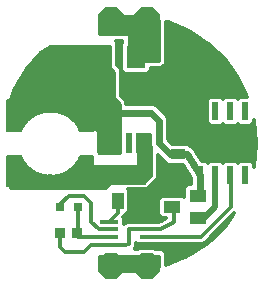
<source format=gtl>
G75*
%MOIN*%
%OFA0B0*%
%FSLAX25Y25*%
%IPPOS*%
%LPD*%
%AMOC8*
5,1,8,0,0,1.08239X$1,22.5*
%
%ADD10R,0.05118X0.03543*%
%ADD11R,0.02165X0.05906*%
%ADD12R,0.03937X0.05512*%
%ADD13R,0.01969X0.06693*%
%ADD14R,0.00984X0.06693*%
%ADD15OC8,0.08600*%
%ADD16C,0.00500*%
%ADD17C,0.00160*%
%ADD18R,0.05000X0.05000*%
%ADD19R,0.06299X0.07480*%
%ADD20R,0.03543X0.06299*%
%ADD21R,0.06299X0.01181*%
%ADD22R,0.03740X0.03740*%
%ADD23R,0.03150X0.03150*%
%ADD24R,0.05512X0.03937*%
%ADD25C,0.01000*%
%ADD26C,0.02400*%
%ADD27C,0.01200*%
%ADD28C,0.03762*%
%ADD29C,0.02778*%
%ADD30C,0.02000*%
D10*
X0062850Y0044110D03*
X0062850Y0051590D03*
D11*
X0070350Y0058480D03*
X0075350Y0058480D03*
X0080350Y0058480D03*
X0085350Y0058480D03*
X0085350Y0037220D03*
X0080350Y0037220D03*
X0075350Y0037220D03*
X0070350Y0037220D03*
D12*
X0050340Y0028519D03*
X0042860Y0028519D03*
X0046600Y0037181D03*
D13*
X0046600Y0047850D03*
D14*
X0043746Y0047850D03*
X0049454Y0047850D03*
D15*
X0052600Y0088850D03*
X0040600Y0088850D03*
X0040600Y0006850D03*
X0052600Y0006850D03*
D16*
X0034720Y0033480D02*
X0034720Y0043716D01*
X0030193Y0043716D01*
X0029871Y0042433D01*
X0029343Y0041221D01*
X0028623Y0040111D01*
X0027731Y0039134D01*
X0026691Y0038317D01*
X0025531Y0037682D01*
X0024282Y0037246D01*
X0022979Y0037020D01*
X0021656Y0037012D01*
X0020350Y0037220D01*
X0019051Y0037059D01*
X0017744Y0037103D01*
X0016459Y0037351D01*
X0015229Y0037797D01*
X0014083Y0038430D01*
X0013051Y0039234D01*
X0012158Y0040190D01*
X0011424Y0041274D01*
X0010870Y0042459D01*
X0010507Y0043716D01*
X0005980Y0043716D01*
X0005980Y0033480D01*
X0034720Y0033480D01*
X0034720Y0033758D02*
X0005980Y0033758D01*
X0005980Y0034256D02*
X0034720Y0034256D01*
X0034720Y0034755D02*
X0005980Y0034755D01*
X0005980Y0035253D02*
X0034720Y0035253D01*
X0034720Y0035752D02*
X0005980Y0035752D01*
X0005980Y0036250D02*
X0034720Y0036250D01*
X0034720Y0036749D02*
X0005980Y0036749D01*
X0005980Y0037247D02*
X0016995Y0037247D01*
X0015369Y0037746D02*
X0005980Y0037746D01*
X0005980Y0038244D02*
X0014419Y0038244D01*
X0013681Y0038743D02*
X0005980Y0038743D01*
X0005980Y0039241D02*
X0013044Y0039241D01*
X0012578Y0039740D02*
X0005980Y0039740D01*
X0005980Y0040238D02*
X0012125Y0040238D01*
X0011787Y0040737D02*
X0005980Y0040737D01*
X0005980Y0041235D02*
X0011450Y0041235D01*
X0011209Y0041734D02*
X0005980Y0041734D01*
X0005980Y0042232D02*
X0010976Y0042232D01*
X0010791Y0042731D02*
X0005980Y0042731D01*
X0005980Y0043229D02*
X0010648Y0043229D01*
X0010507Y0051984D02*
X0005980Y0051984D01*
X0005980Y0062220D01*
X0034720Y0062220D01*
X0034720Y0051984D01*
X0030193Y0051984D01*
X0029830Y0053241D01*
X0029276Y0054426D01*
X0028542Y0055510D01*
X0027649Y0056466D01*
X0026617Y0057270D01*
X0025471Y0057903D01*
X0024241Y0058349D01*
X0022956Y0058597D01*
X0021649Y0058641D01*
X0020350Y0058480D01*
X0019044Y0058688D01*
X0017721Y0058680D01*
X0016418Y0058454D01*
X0015169Y0058018D01*
X0014009Y0057383D01*
X0012969Y0056566D01*
X0012077Y0055589D01*
X0011357Y0054479D01*
X0010829Y0053267D01*
X0010507Y0051984D01*
X0010562Y0052203D02*
X0005980Y0052203D01*
X0005980Y0052701D02*
X0010687Y0052701D01*
X0010813Y0053200D02*
X0005980Y0053200D01*
X0005980Y0053698D02*
X0011017Y0053698D01*
X0011234Y0054197D02*
X0005980Y0054197D01*
X0005980Y0054695D02*
X0011497Y0054695D01*
X0011821Y0055194D02*
X0005980Y0055194D01*
X0005980Y0055692D02*
X0012171Y0055692D01*
X0012627Y0056191D02*
X0005980Y0056191D01*
X0005980Y0056689D02*
X0013127Y0056689D01*
X0013761Y0057188D02*
X0005980Y0057188D01*
X0005980Y0057686D02*
X0014564Y0057686D01*
X0015647Y0058185D02*
X0005980Y0058185D01*
X0005980Y0058683D02*
X0018277Y0058683D01*
X0019076Y0058683D02*
X0034720Y0058683D01*
X0034720Y0058185D02*
X0024695Y0058185D01*
X0025864Y0057686D02*
X0034720Y0057686D01*
X0034720Y0057188D02*
X0026723Y0057188D01*
X0027362Y0056689D02*
X0034720Y0056689D01*
X0034720Y0056191D02*
X0027906Y0056191D01*
X0028372Y0055692D02*
X0034720Y0055692D01*
X0034720Y0055194D02*
X0028757Y0055194D01*
X0029094Y0054695D02*
X0034720Y0054695D01*
X0034720Y0054197D02*
X0029383Y0054197D01*
X0029616Y0053698D02*
X0034720Y0053698D01*
X0034720Y0053200D02*
X0029842Y0053200D01*
X0029986Y0052701D02*
X0034720Y0052701D01*
X0034720Y0052203D02*
X0030129Y0052203D01*
X0034720Y0059182D02*
X0005980Y0059182D01*
X0005980Y0059680D02*
X0034720Y0059680D01*
X0034720Y0060179D02*
X0005980Y0060179D01*
X0005980Y0060677D02*
X0034720Y0060677D01*
X0034720Y0061176D02*
X0005980Y0061176D01*
X0005980Y0061674D02*
X0034720Y0061674D01*
X0034720Y0062173D02*
X0005980Y0062173D01*
X0030070Y0043229D02*
X0034720Y0043229D01*
X0034720Y0042731D02*
X0029945Y0042731D01*
X0029783Y0042232D02*
X0034720Y0042232D01*
X0034720Y0041734D02*
X0029566Y0041734D01*
X0029349Y0041235D02*
X0034720Y0041235D01*
X0034720Y0040737D02*
X0029029Y0040737D01*
X0028706Y0040238D02*
X0034720Y0040238D01*
X0034720Y0039740D02*
X0028284Y0039740D01*
X0027828Y0039241D02*
X0034720Y0039241D01*
X0034720Y0038743D02*
X0027232Y0038743D01*
X0026557Y0038244D02*
X0034720Y0038244D01*
X0034720Y0037746D02*
X0025647Y0037746D01*
X0024286Y0037247D02*
X0034720Y0037247D01*
D17*
X0031454Y0052493D02*
X0030127Y0051935D01*
X0030022Y0052173D01*
X0029910Y0052408D01*
X0029794Y0052640D01*
X0029671Y0052869D01*
X0029543Y0053095D01*
X0029409Y0053318D01*
X0029270Y0053538D01*
X0029126Y0053754D01*
X0028976Y0053967D01*
X0028822Y0054176D01*
X0028662Y0054381D01*
X0028497Y0054582D01*
X0028328Y0054779D01*
X0028154Y0054972D01*
X0027975Y0055160D01*
X0027791Y0055344D01*
X0027603Y0055524D01*
X0027411Y0055699D01*
X0027214Y0055869D01*
X0027014Y0056034D01*
X0026809Y0056195D01*
X0026601Y0056350D01*
X0026389Y0056500D01*
X0026173Y0056646D01*
X0025954Y0056785D01*
X0025732Y0056920D01*
X0025506Y0057048D01*
X0025277Y0057172D01*
X0025045Y0057290D01*
X0024811Y0057402D01*
X0024574Y0057508D01*
X0024334Y0057608D01*
X0024092Y0057703D01*
X0023847Y0057792D01*
X0023601Y0057874D01*
X0023353Y0057951D01*
X0023102Y0058021D01*
X0022851Y0058086D01*
X0022597Y0058144D01*
X0022343Y0058196D01*
X0022087Y0058242D01*
X0021830Y0058282D01*
X0021572Y0058315D01*
X0021313Y0058342D01*
X0021054Y0058363D01*
X0020795Y0058377D01*
X0020535Y0058385D01*
X0020275Y0058387D01*
X0020015Y0058382D01*
X0019756Y0058371D01*
X0019496Y0058354D01*
X0019237Y0058330D01*
X0018979Y0058300D01*
X0018722Y0058264D01*
X0018465Y0058222D01*
X0018210Y0058173D01*
X0017956Y0058118D01*
X0017703Y0058057D01*
X0017452Y0057990D01*
X0017203Y0057916D01*
X0016955Y0057837D01*
X0016710Y0057751D01*
X0016467Y0057660D01*
X0016225Y0057563D01*
X0015987Y0057460D01*
X0015751Y0057351D01*
X0015518Y0057236D01*
X0015287Y0057116D01*
X0015060Y0056990D01*
X0014836Y0056858D01*
X0014615Y0056722D01*
X0014397Y0056579D01*
X0014183Y0056432D01*
X0013973Y0056279D01*
X0013766Y0056122D01*
X0013563Y0055959D01*
X0013365Y0055791D01*
X0013170Y0055619D01*
X0012980Y0055442D01*
X0012794Y0055260D01*
X0012612Y0055074D01*
X0012436Y0054883D01*
X0012263Y0054689D01*
X0012096Y0054490D01*
X0011934Y0054287D01*
X0011776Y0054080D01*
X0011624Y0053869D01*
X0011477Y0053655D01*
X0011335Y0053437D01*
X0011199Y0053216D01*
X0011067Y0052992D01*
X0010942Y0052764D01*
X0010822Y0052533D01*
X0010708Y0052300D01*
X0010599Y0052064D01*
X0010496Y0051825D01*
X0009163Y0052368D01*
X0009279Y0052640D01*
X0009402Y0052908D01*
X0009532Y0053173D01*
X0009668Y0053435D01*
X0009810Y0053694D01*
X0009959Y0053949D01*
X0010114Y0054201D01*
X0010275Y0054448D01*
X0010442Y0054692D01*
X0010615Y0054931D01*
X0010793Y0055166D01*
X0010978Y0055397D01*
X0011168Y0055623D01*
X0011363Y0055844D01*
X0011564Y0056061D01*
X0011770Y0056272D01*
X0011981Y0056479D01*
X0012197Y0056680D01*
X0012418Y0056876D01*
X0012643Y0057067D01*
X0012873Y0057252D01*
X0013108Y0057431D01*
X0013347Y0057604D01*
X0013590Y0057772D01*
X0013837Y0057934D01*
X0014088Y0058089D01*
X0014343Y0058239D01*
X0014601Y0058382D01*
X0014863Y0058519D01*
X0015128Y0058649D01*
X0015396Y0058773D01*
X0015667Y0058890D01*
X0015941Y0059001D01*
X0016217Y0059105D01*
X0016496Y0059202D01*
X0016777Y0059292D01*
X0017060Y0059375D01*
X0017345Y0059452D01*
X0017632Y0059521D01*
X0017921Y0059584D01*
X0018211Y0059639D01*
X0018502Y0059687D01*
X0018795Y0059729D01*
X0019088Y0059763D01*
X0019382Y0059789D01*
X0019677Y0059809D01*
X0019972Y0059822D01*
X0020267Y0059827D01*
X0020562Y0059825D01*
X0020857Y0059816D01*
X0021152Y0059799D01*
X0021447Y0059776D01*
X0021740Y0059745D01*
X0022033Y0059707D01*
X0022325Y0059662D01*
X0022616Y0059610D01*
X0022905Y0059551D01*
X0023193Y0059485D01*
X0023479Y0059411D01*
X0023763Y0059331D01*
X0024045Y0059244D01*
X0024325Y0059150D01*
X0024602Y0059049D01*
X0024877Y0058942D01*
X0025150Y0058828D01*
X0025419Y0058707D01*
X0025686Y0058579D01*
X0025949Y0058446D01*
X0026209Y0058305D01*
X0026465Y0058159D01*
X0026718Y0058006D01*
X0026967Y0057847D01*
X0027212Y0057682D01*
X0027452Y0057512D01*
X0027689Y0057335D01*
X0027921Y0057153D01*
X0028149Y0056965D01*
X0028372Y0056771D01*
X0028590Y0056572D01*
X0028804Y0056368D01*
X0029012Y0056159D01*
X0029215Y0055945D01*
X0029413Y0055725D01*
X0029605Y0055501D01*
X0029792Y0055273D01*
X0029974Y0055040D01*
X0030149Y0054802D01*
X0030319Y0054561D01*
X0030483Y0054315D01*
X0030640Y0054065D01*
X0030792Y0053812D01*
X0030937Y0053555D01*
X0031076Y0053294D01*
X0031209Y0053031D01*
X0031335Y0052764D01*
X0031455Y0052494D01*
X0031315Y0052435D01*
X0031197Y0052702D01*
X0031073Y0052965D01*
X0030942Y0053226D01*
X0030804Y0053483D01*
X0030661Y0053737D01*
X0030511Y0053987D01*
X0030356Y0054234D01*
X0030194Y0054476D01*
X0030026Y0054715D01*
X0029853Y0054949D01*
X0029674Y0055179D01*
X0029489Y0055405D01*
X0029299Y0055626D01*
X0029104Y0055843D01*
X0028903Y0056054D01*
X0028698Y0056261D01*
X0028487Y0056462D01*
X0028271Y0056659D01*
X0028051Y0056850D01*
X0027826Y0057035D01*
X0027597Y0057215D01*
X0027363Y0057390D01*
X0027125Y0057558D01*
X0026883Y0057721D01*
X0026638Y0057878D01*
X0026388Y0058029D01*
X0026135Y0058174D01*
X0025878Y0058312D01*
X0025618Y0058444D01*
X0025355Y0058570D01*
X0025089Y0058689D01*
X0024820Y0058802D01*
X0024549Y0058908D01*
X0024275Y0059008D01*
X0023998Y0059100D01*
X0023720Y0059186D01*
X0023439Y0059266D01*
X0023157Y0059338D01*
X0022873Y0059403D01*
X0022587Y0059462D01*
X0022300Y0059513D01*
X0022012Y0059558D01*
X0021723Y0059595D01*
X0021433Y0059625D01*
X0021142Y0059649D01*
X0020851Y0059665D01*
X0020559Y0059674D01*
X0020268Y0059676D01*
X0019976Y0059671D01*
X0019685Y0059658D01*
X0019394Y0059639D01*
X0019104Y0059612D01*
X0018814Y0059579D01*
X0018525Y0059538D01*
X0018238Y0059490D01*
X0017951Y0059436D01*
X0017666Y0059374D01*
X0017383Y0059306D01*
X0017101Y0059230D01*
X0016822Y0059148D01*
X0016544Y0059059D01*
X0016269Y0058963D01*
X0015996Y0058860D01*
X0015725Y0058751D01*
X0015458Y0058635D01*
X0015193Y0058513D01*
X0014932Y0058384D01*
X0014673Y0058249D01*
X0014418Y0058108D01*
X0014167Y0057960D01*
X0013919Y0057807D01*
X0013675Y0057647D01*
X0013435Y0057482D01*
X0013199Y0057310D01*
X0012967Y0057133D01*
X0012740Y0056951D01*
X0012517Y0056762D01*
X0012299Y0056569D01*
X0012086Y0056370D01*
X0011877Y0056166D01*
X0011674Y0055957D01*
X0011476Y0055744D01*
X0011283Y0055525D01*
X0011095Y0055302D01*
X0010913Y0055074D01*
X0010737Y0054842D01*
X0010566Y0054605D01*
X0010401Y0054365D01*
X0010242Y0054121D01*
X0010089Y0053872D01*
X0009942Y0053620D01*
X0009802Y0053365D01*
X0009667Y0053106D01*
X0009539Y0052844D01*
X0009418Y0052579D01*
X0009302Y0052311D01*
X0009442Y0052254D01*
X0009556Y0052519D01*
X0009676Y0052781D01*
X0009802Y0053039D01*
X0009935Y0053295D01*
X0010074Y0053547D01*
X0010219Y0053795D01*
X0010370Y0054040D01*
X0010527Y0054282D01*
X0010690Y0054519D01*
X0010858Y0054753D01*
X0011033Y0054982D01*
X0011212Y0055207D01*
X0011398Y0055427D01*
X0011588Y0055643D01*
X0011784Y0055854D01*
X0011985Y0056060D01*
X0012190Y0056261D01*
X0012401Y0056458D01*
X0012616Y0056649D01*
X0012836Y0056834D01*
X0013061Y0057015D01*
X0013289Y0057189D01*
X0013522Y0057359D01*
X0013759Y0057522D01*
X0014000Y0057680D01*
X0014245Y0057831D01*
X0014493Y0057977D01*
X0014745Y0058116D01*
X0015000Y0058250D01*
X0015258Y0058377D01*
X0015520Y0058497D01*
X0015784Y0058612D01*
X0016051Y0058719D01*
X0016320Y0058821D01*
X0016592Y0058915D01*
X0016866Y0059003D01*
X0017142Y0059085D01*
X0017421Y0059159D01*
X0017700Y0059227D01*
X0017982Y0059288D01*
X0018264Y0059342D01*
X0018548Y0059389D01*
X0018833Y0059429D01*
X0019119Y0059462D01*
X0019406Y0059488D01*
X0019693Y0059508D01*
X0019981Y0059520D01*
X0020269Y0059525D01*
X0020557Y0059523D01*
X0020844Y0059514D01*
X0021132Y0059498D01*
X0021419Y0059475D01*
X0021705Y0059445D01*
X0021990Y0059408D01*
X0022275Y0059364D01*
X0022558Y0059314D01*
X0022840Y0059256D01*
X0023121Y0059191D01*
X0023400Y0059120D01*
X0023677Y0059042D01*
X0023952Y0058957D01*
X0024225Y0058865D01*
X0024495Y0058767D01*
X0024763Y0058662D01*
X0025029Y0058551D01*
X0025292Y0058433D01*
X0025551Y0058309D01*
X0025808Y0058178D01*
X0026061Y0058042D01*
X0026311Y0057899D01*
X0026558Y0057750D01*
X0026800Y0057595D01*
X0027039Y0057435D01*
X0027274Y0057268D01*
X0027505Y0057096D01*
X0027731Y0056918D01*
X0027953Y0056735D01*
X0028171Y0056546D01*
X0028383Y0056352D01*
X0028591Y0056153D01*
X0028794Y0055949D01*
X0028993Y0055741D01*
X0029185Y0055527D01*
X0029373Y0055309D01*
X0029555Y0055086D01*
X0029732Y0054859D01*
X0029903Y0054627D01*
X0030069Y0054392D01*
X0030228Y0054152D01*
X0030382Y0053909D01*
X0030530Y0053662D01*
X0030672Y0053411D01*
X0030807Y0053157D01*
X0030937Y0052900D01*
X0031060Y0052640D01*
X0031176Y0052377D01*
X0031037Y0052318D01*
X0030922Y0052578D01*
X0030800Y0052835D01*
X0030673Y0053089D01*
X0030539Y0053339D01*
X0030399Y0053587D01*
X0030253Y0053830D01*
X0030101Y0054071D01*
X0029944Y0054307D01*
X0029780Y0054540D01*
X0029611Y0054768D01*
X0029437Y0054992D01*
X0029257Y0055212D01*
X0029072Y0055428D01*
X0028881Y0055639D01*
X0028686Y0055845D01*
X0028485Y0056046D01*
X0028280Y0056242D01*
X0028070Y0056434D01*
X0027855Y0056620D01*
X0027636Y0056801D01*
X0027412Y0056976D01*
X0027185Y0057146D01*
X0026953Y0057311D01*
X0026717Y0057469D01*
X0026477Y0057622D01*
X0026234Y0057769D01*
X0025988Y0057910D01*
X0025737Y0058045D01*
X0025484Y0058174D01*
X0025228Y0058296D01*
X0024968Y0058412D01*
X0024706Y0058522D01*
X0024442Y0058626D01*
X0024175Y0058723D01*
X0023905Y0058813D01*
X0023634Y0058897D01*
X0023360Y0058974D01*
X0023085Y0059045D01*
X0022808Y0059108D01*
X0022530Y0059165D01*
X0022250Y0059215D01*
X0021969Y0059259D01*
X0021687Y0059295D01*
X0021405Y0059325D01*
X0021121Y0059347D01*
X0020838Y0059363D01*
X0020554Y0059372D01*
X0020270Y0059374D01*
X0019985Y0059369D01*
X0019702Y0059357D01*
X0019418Y0059338D01*
X0019135Y0059312D01*
X0018853Y0059279D01*
X0018571Y0059240D01*
X0018291Y0059193D01*
X0018012Y0059140D01*
X0017734Y0059080D01*
X0017458Y0059013D01*
X0017184Y0058939D01*
X0016911Y0058859D01*
X0016640Y0058772D01*
X0016372Y0058679D01*
X0016106Y0058579D01*
X0015843Y0058472D01*
X0015582Y0058360D01*
X0015324Y0058241D01*
X0015069Y0058115D01*
X0014817Y0057984D01*
X0014568Y0057846D01*
X0014323Y0057702D01*
X0014082Y0057552D01*
X0013844Y0057397D01*
X0013610Y0057236D01*
X0013380Y0057069D01*
X0013154Y0056896D01*
X0012933Y0056718D01*
X0012716Y0056535D01*
X0012503Y0056346D01*
X0012295Y0056153D01*
X0012092Y0055954D01*
X0011894Y0055750D01*
X0011700Y0055542D01*
X0011512Y0055329D01*
X0011330Y0055111D01*
X0011152Y0054890D01*
X0010980Y0054663D01*
X0010814Y0054433D01*
X0010653Y0054199D01*
X0010498Y0053960D01*
X0010349Y0053719D01*
X0010206Y0053473D01*
X0010069Y0053224D01*
X0009938Y0052972D01*
X0009813Y0052717D01*
X0009694Y0052459D01*
X0009582Y0052197D01*
X0009722Y0052140D01*
X0009833Y0052398D01*
X0009950Y0052653D01*
X0010073Y0052905D01*
X0010202Y0053154D01*
X0010338Y0053399D01*
X0010479Y0053642D01*
X0010626Y0053880D01*
X0010779Y0054115D01*
X0010938Y0054347D01*
X0011102Y0054574D01*
X0011272Y0054797D01*
X0011447Y0055016D01*
X0011627Y0055231D01*
X0011813Y0055441D01*
X0012004Y0055647D01*
X0012199Y0055848D01*
X0012400Y0056044D01*
X0012605Y0056235D01*
X0012815Y0056421D01*
X0013029Y0056602D01*
X0013248Y0056778D01*
X0013471Y0056948D01*
X0013698Y0057113D01*
X0013929Y0057272D01*
X0014163Y0057425D01*
X0014402Y0057573D01*
X0014644Y0057715D01*
X0014889Y0057851D01*
X0015138Y0057981D01*
X0015389Y0058104D01*
X0015644Y0058222D01*
X0015901Y0058333D01*
X0016161Y0058438D01*
X0016424Y0058537D01*
X0016689Y0058629D01*
X0016956Y0058715D01*
X0017225Y0058794D01*
X0017496Y0058867D01*
X0017768Y0058933D01*
X0018042Y0058992D01*
X0018318Y0059045D01*
X0018594Y0059090D01*
X0018872Y0059130D01*
X0019151Y0059162D01*
X0019430Y0059187D01*
X0019710Y0059206D01*
X0019990Y0059218D01*
X0020270Y0059223D01*
X0020551Y0059221D01*
X0020831Y0059212D01*
X0021111Y0059197D01*
X0021391Y0059174D01*
X0021670Y0059145D01*
X0021948Y0059109D01*
X0022225Y0059067D01*
X0022501Y0059017D01*
X0022776Y0058961D01*
X0023049Y0058898D01*
X0023321Y0058828D01*
X0023591Y0058752D01*
X0023859Y0058669D01*
X0024125Y0058580D01*
X0024388Y0058485D01*
X0024649Y0058382D01*
X0024908Y0058274D01*
X0025164Y0058159D01*
X0025417Y0058038D01*
X0025667Y0057911D01*
X0025914Y0057778D01*
X0026157Y0057639D01*
X0026397Y0057494D01*
X0026634Y0057343D01*
X0026867Y0057187D01*
X0027095Y0057024D01*
X0027320Y0056857D01*
X0027541Y0056684D01*
X0027757Y0056505D01*
X0027969Y0056321D01*
X0028176Y0056133D01*
X0028379Y0055939D01*
X0028577Y0055740D01*
X0028770Y0055537D01*
X0028958Y0055328D01*
X0029141Y0055116D01*
X0029318Y0054899D01*
X0029491Y0054677D01*
X0029657Y0054452D01*
X0029819Y0054222D01*
X0029974Y0053989D01*
X0030124Y0053752D01*
X0030268Y0053511D01*
X0030406Y0053267D01*
X0030538Y0053020D01*
X0030664Y0052769D01*
X0030784Y0052516D01*
X0030898Y0052259D01*
X0030759Y0052201D01*
X0030646Y0052454D01*
X0030528Y0052704D01*
X0030404Y0052951D01*
X0030273Y0053195D01*
X0030137Y0053436D01*
X0029995Y0053674D01*
X0029847Y0053908D01*
X0029693Y0054138D01*
X0029534Y0054364D01*
X0029370Y0054587D01*
X0029200Y0054805D01*
X0029024Y0055019D01*
X0028844Y0055229D01*
X0028659Y0055435D01*
X0028468Y0055635D01*
X0028273Y0055831D01*
X0028073Y0056023D01*
X0027868Y0056209D01*
X0027659Y0056390D01*
X0027446Y0056566D01*
X0027228Y0056737D01*
X0027006Y0056903D01*
X0026780Y0057063D01*
X0026551Y0057217D01*
X0026317Y0057366D01*
X0026080Y0057509D01*
X0025840Y0057646D01*
X0025597Y0057778D01*
X0025350Y0057903D01*
X0025100Y0058022D01*
X0024848Y0058136D01*
X0024592Y0058243D01*
X0024335Y0058343D01*
X0024075Y0058438D01*
X0023812Y0058526D01*
X0023548Y0058607D01*
X0023281Y0058683D01*
X0023013Y0058751D01*
X0022744Y0058813D01*
X0022472Y0058869D01*
X0022200Y0058918D01*
X0021927Y0058960D01*
X0021652Y0058995D01*
X0021377Y0059024D01*
X0021101Y0059046D01*
X0020825Y0059061D01*
X0020548Y0059070D01*
X0020271Y0059072D01*
X0019995Y0059067D01*
X0019718Y0059055D01*
X0019442Y0059037D01*
X0019166Y0059012D01*
X0018891Y0058980D01*
X0018617Y0058941D01*
X0018344Y0058896D01*
X0018073Y0058844D01*
X0017802Y0058786D01*
X0017533Y0058720D01*
X0017266Y0058649D01*
X0017000Y0058571D01*
X0016737Y0058486D01*
X0016475Y0058395D01*
X0016216Y0058298D01*
X0015960Y0058194D01*
X0015706Y0058084D01*
X0015455Y0057968D01*
X0015206Y0057846D01*
X0014961Y0057718D01*
X0014719Y0057584D01*
X0014480Y0057444D01*
X0014245Y0057298D01*
X0014013Y0057147D01*
X0013785Y0056990D01*
X0013561Y0056827D01*
X0013341Y0056659D01*
X0013126Y0056486D01*
X0012914Y0056307D01*
X0012707Y0056124D01*
X0012505Y0055935D01*
X0012307Y0055742D01*
X0012114Y0055543D01*
X0011925Y0055341D01*
X0011742Y0055133D01*
X0011564Y0054921D01*
X0011391Y0054705D01*
X0011224Y0054485D01*
X0011062Y0054260D01*
X0010905Y0054032D01*
X0010754Y0053800D01*
X0010609Y0053565D01*
X0010469Y0053326D01*
X0010336Y0053083D01*
X0010208Y0052838D01*
X0010087Y0052589D01*
X0009971Y0052338D01*
X0009862Y0052084D01*
X0010002Y0052027D01*
X0010110Y0052277D01*
X0010224Y0052525D01*
X0010344Y0052771D01*
X0010469Y0053013D01*
X0010601Y0053252D01*
X0010739Y0053488D01*
X0010882Y0053720D01*
X0011031Y0053949D01*
X0011186Y0054174D01*
X0011346Y0054396D01*
X0011511Y0054613D01*
X0011681Y0054826D01*
X0011857Y0055035D01*
X0012038Y0055240D01*
X0012224Y0055440D01*
X0012414Y0055636D01*
X0012609Y0055826D01*
X0012809Y0056012D01*
X0013013Y0056194D01*
X0013222Y0056370D01*
X0013435Y0056541D01*
X0013652Y0056706D01*
X0013873Y0056867D01*
X0014098Y0057022D01*
X0014326Y0057171D01*
X0014558Y0057315D01*
X0014794Y0057453D01*
X0015033Y0057585D01*
X0015275Y0057712D01*
X0015520Y0057832D01*
X0015768Y0057947D01*
X0016018Y0058055D01*
X0016272Y0058157D01*
X0016527Y0058253D01*
X0016785Y0058343D01*
X0017045Y0058426D01*
X0017307Y0058504D01*
X0017571Y0058574D01*
X0017836Y0058638D01*
X0018103Y0058696D01*
X0018371Y0058747D01*
X0018640Y0058792D01*
X0018911Y0058830D01*
X0019182Y0058861D01*
X0019454Y0058886D01*
X0019726Y0058904D01*
X0019999Y0058916D01*
X0020272Y0058921D01*
X0020545Y0058919D01*
X0020818Y0058911D01*
X0021091Y0058895D01*
X0021363Y0058874D01*
X0021634Y0058845D01*
X0021905Y0058810D01*
X0022175Y0058769D01*
X0022444Y0058721D01*
X0022711Y0058666D01*
X0022977Y0058605D01*
X0023242Y0058537D01*
X0023505Y0058463D01*
X0023766Y0058382D01*
X0024024Y0058295D01*
X0024281Y0058202D01*
X0024535Y0058103D01*
X0024787Y0057997D01*
X0025036Y0057886D01*
X0025283Y0057768D01*
X0025526Y0057644D01*
X0025766Y0057515D01*
X0026004Y0057379D01*
X0026237Y0057238D01*
X0026467Y0057091D01*
X0026694Y0056939D01*
X0026917Y0056781D01*
X0027136Y0056618D01*
X0027350Y0056449D01*
X0027561Y0056275D01*
X0027767Y0056097D01*
X0027969Y0055913D01*
X0028167Y0055724D01*
X0028359Y0055531D01*
X0028547Y0055332D01*
X0028730Y0055130D01*
X0028908Y0054923D01*
X0029081Y0054712D01*
X0029249Y0054496D01*
X0029411Y0054277D01*
X0029568Y0054053D01*
X0029720Y0053826D01*
X0029866Y0053595D01*
X0030006Y0053361D01*
X0030141Y0053123D01*
X0030269Y0052883D01*
X0030392Y0052639D01*
X0030509Y0052392D01*
X0030619Y0052142D01*
X0030480Y0052084D01*
X0030371Y0052330D01*
X0030256Y0052573D01*
X0030135Y0052814D01*
X0030008Y0053052D01*
X0029875Y0053286D01*
X0029737Y0053517D01*
X0029593Y0053745D01*
X0029443Y0053969D01*
X0029288Y0054189D01*
X0029128Y0054406D01*
X0028963Y0054618D01*
X0028792Y0054826D01*
X0028616Y0055031D01*
X0028436Y0055230D01*
X0028251Y0055426D01*
X0028060Y0055617D01*
X0027866Y0055803D01*
X0027667Y0055984D01*
X0027463Y0056160D01*
X0027255Y0056332D01*
X0027043Y0056498D01*
X0026827Y0056659D01*
X0026608Y0056815D01*
X0026384Y0056965D01*
X0026157Y0057110D01*
X0025927Y0057249D01*
X0025693Y0057383D01*
X0025456Y0057511D01*
X0025216Y0057633D01*
X0024973Y0057749D01*
X0024727Y0057859D01*
X0024478Y0057963D01*
X0024228Y0058061D01*
X0023974Y0058153D01*
X0023719Y0058239D01*
X0023462Y0058318D01*
X0023202Y0058391D01*
X0022942Y0058458D01*
X0022679Y0058518D01*
X0022415Y0058572D01*
X0022150Y0058620D01*
X0021884Y0058661D01*
X0021617Y0058695D01*
X0021349Y0058723D01*
X0021080Y0058745D01*
X0020812Y0058760D01*
X0020542Y0058768D01*
X0020273Y0058770D01*
X0020004Y0058765D01*
X0019735Y0058754D01*
X0019466Y0058736D01*
X0019198Y0058711D01*
X0018930Y0058680D01*
X0018663Y0058643D01*
X0018398Y0058599D01*
X0018133Y0058548D01*
X0017870Y0058491D01*
X0017608Y0058428D01*
X0017348Y0058358D01*
X0017090Y0058282D01*
X0016833Y0058200D01*
X0016579Y0058111D01*
X0016327Y0058017D01*
X0016077Y0057916D01*
X0015830Y0057809D01*
X0015585Y0057696D01*
X0015343Y0057577D01*
X0015105Y0057452D01*
X0014869Y0057322D01*
X0014637Y0057186D01*
X0014408Y0057044D01*
X0014182Y0056897D01*
X0013961Y0056744D01*
X0013743Y0056586D01*
X0013529Y0056422D01*
X0013319Y0056254D01*
X0013113Y0056080D01*
X0012911Y0055901D01*
X0012714Y0055718D01*
X0012521Y0055529D01*
X0012334Y0055336D01*
X0012150Y0055139D01*
X0011972Y0054937D01*
X0011799Y0054731D01*
X0011630Y0054521D01*
X0011467Y0054306D01*
X0011310Y0054088D01*
X0011157Y0053866D01*
X0011010Y0053640D01*
X0010869Y0053411D01*
X0010733Y0053178D01*
X0010603Y0052943D01*
X0010479Y0052704D01*
X0010360Y0052462D01*
X0010248Y0052217D01*
X0010141Y0051970D01*
X0010281Y0051913D01*
X0010386Y0052157D01*
X0010497Y0052398D01*
X0010614Y0052636D01*
X0010737Y0052872D01*
X0010865Y0053105D01*
X0010999Y0053334D01*
X0011138Y0053560D01*
X0011283Y0053783D01*
X0011434Y0054002D01*
X0011589Y0054217D01*
X0011750Y0054428D01*
X0011916Y0054636D01*
X0012087Y0054839D01*
X0012263Y0055038D01*
X0012443Y0055233D01*
X0012629Y0055423D01*
X0012819Y0055609D01*
X0013013Y0055790D01*
X0013212Y0055966D01*
X0013415Y0056137D01*
X0013622Y0056304D01*
X0013833Y0056465D01*
X0014048Y0056621D01*
X0014267Y0056772D01*
X0014489Y0056917D01*
X0014715Y0057057D01*
X0014944Y0057191D01*
X0015177Y0057320D01*
X0015412Y0057443D01*
X0015651Y0057560D01*
X0015892Y0057671D01*
X0016135Y0057777D01*
X0016382Y0057876D01*
X0016630Y0057969D01*
X0016881Y0058057D01*
X0017134Y0058138D01*
X0017389Y0058213D01*
X0017646Y0058282D01*
X0017904Y0058344D01*
X0018163Y0058400D01*
X0018424Y0058450D01*
X0018686Y0058493D01*
X0018949Y0058530D01*
X0019213Y0058561D01*
X0019478Y0058585D01*
X0019743Y0058603D01*
X0020008Y0058614D01*
X0020274Y0058619D01*
X0020539Y0058617D01*
X0020805Y0058609D01*
X0021070Y0058594D01*
X0021335Y0058573D01*
X0021599Y0058545D01*
X0021863Y0058511D01*
X0022125Y0058471D01*
X0022387Y0058424D01*
X0022647Y0058371D01*
X0022906Y0058311D01*
X0023163Y0058245D01*
X0023419Y0058173D01*
X0023672Y0058095D01*
X0023924Y0058010D01*
X0024174Y0057920D01*
X0024421Y0057823D01*
X0024666Y0057720D01*
X0024909Y0057612D01*
X0025148Y0057497D01*
X0025385Y0057377D01*
X0025619Y0057251D01*
X0025850Y0057119D01*
X0026077Y0056982D01*
X0026301Y0056839D01*
X0026521Y0056691D01*
X0026738Y0056537D01*
X0026951Y0056379D01*
X0027160Y0056215D01*
X0027365Y0056046D01*
X0027566Y0055872D01*
X0027762Y0055693D01*
X0027954Y0055509D01*
X0028142Y0055321D01*
X0028325Y0055128D01*
X0028503Y0054931D01*
X0028676Y0054730D01*
X0028844Y0054524D01*
X0029007Y0054315D01*
X0029165Y0054101D01*
X0029318Y0053884D01*
X0029466Y0053663D01*
X0029608Y0053439D01*
X0029744Y0053211D01*
X0029875Y0052980D01*
X0030000Y0052745D01*
X0030120Y0052508D01*
X0030233Y0052268D01*
X0030341Y0052025D01*
X0030202Y0051967D01*
X0030096Y0052206D01*
X0029984Y0052443D01*
X0029866Y0052677D01*
X0029742Y0052908D01*
X0029613Y0053136D01*
X0029479Y0053360D01*
X0029338Y0053582D01*
X0029193Y0053800D01*
X0029042Y0054014D01*
X0028887Y0054224D01*
X0028726Y0054431D01*
X0028560Y0054634D01*
X0028389Y0054832D01*
X0028213Y0055026D01*
X0028033Y0055216D01*
X0027848Y0055402D01*
X0027659Y0055583D01*
X0027465Y0055759D01*
X0027267Y0055931D01*
X0027065Y0056097D01*
X0026859Y0056259D01*
X0026649Y0056416D01*
X0026435Y0056567D01*
X0026218Y0056713D01*
X0025997Y0056854D01*
X0025773Y0056989D01*
X0025545Y0057119D01*
X0025315Y0057243D01*
X0025081Y0057362D01*
X0024845Y0057475D01*
X0024606Y0057582D01*
X0024364Y0057683D01*
X0024120Y0057779D01*
X0023874Y0057868D01*
X0023626Y0057951D01*
X0023376Y0058029D01*
X0023124Y0058100D01*
X0022870Y0058165D01*
X0022615Y0058223D01*
X0022358Y0058276D01*
X0022100Y0058322D01*
X0021841Y0058362D01*
X0021581Y0058395D01*
X0021321Y0058423D01*
X0021060Y0058444D01*
X0020798Y0058458D01*
X0020537Y0058466D01*
X0020275Y0058468D01*
X0020013Y0058463D01*
X0019751Y0058452D01*
X0019490Y0058435D01*
X0019229Y0058411D01*
X0018969Y0058381D01*
X0018709Y0058344D01*
X0018451Y0058301D01*
X0018194Y0058252D01*
X0017938Y0058197D01*
X0017683Y0058135D01*
X0017430Y0058068D01*
X0017179Y0057994D01*
X0016929Y0057914D01*
X0016682Y0057828D01*
X0016437Y0057735D01*
X0016194Y0057637D01*
X0015954Y0057533D01*
X0015716Y0057424D01*
X0015481Y0057308D01*
X0015249Y0057187D01*
X0015019Y0057060D01*
X0014794Y0056928D01*
X0014571Y0056790D01*
X0014352Y0056646D01*
X0014136Y0056498D01*
X0013924Y0056344D01*
X0013716Y0056185D01*
X0013511Y0056021D01*
X0013311Y0055852D01*
X0013115Y0055679D01*
X0012924Y0055500D01*
X0012736Y0055317D01*
X0012553Y0055129D01*
X0012375Y0054937D01*
X0012202Y0054741D01*
X0012033Y0054541D01*
X0011870Y0054336D01*
X0011711Y0054128D01*
X0011558Y0053916D01*
X0011409Y0053700D01*
X0011266Y0053480D01*
X0011129Y0053257D01*
X0010997Y0053031D01*
X0010870Y0052802D01*
X0010749Y0052569D01*
X0010634Y0052334D01*
X0010525Y0052096D01*
X0010421Y0051856D01*
X0009246Y0043207D02*
X0010573Y0043765D01*
X0010678Y0043527D01*
X0010790Y0043292D01*
X0010906Y0043060D01*
X0011029Y0042831D01*
X0011157Y0042605D01*
X0011291Y0042382D01*
X0011430Y0042162D01*
X0011574Y0041946D01*
X0011724Y0041733D01*
X0011878Y0041524D01*
X0012038Y0041319D01*
X0012203Y0041118D01*
X0012372Y0040921D01*
X0012546Y0040728D01*
X0012725Y0040540D01*
X0012909Y0040356D01*
X0013097Y0040176D01*
X0013289Y0040001D01*
X0013486Y0039831D01*
X0013686Y0039666D01*
X0013891Y0039505D01*
X0014099Y0039350D01*
X0014311Y0039200D01*
X0014527Y0039054D01*
X0014746Y0038915D01*
X0014968Y0038780D01*
X0015194Y0038652D01*
X0015423Y0038528D01*
X0015655Y0038410D01*
X0015889Y0038298D01*
X0016126Y0038192D01*
X0016366Y0038092D01*
X0016608Y0037997D01*
X0016853Y0037908D01*
X0017099Y0037826D01*
X0017347Y0037749D01*
X0017598Y0037679D01*
X0017849Y0037614D01*
X0018103Y0037556D01*
X0018357Y0037504D01*
X0018613Y0037458D01*
X0018870Y0037418D01*
X0019128Y0037385D01*
X0019387Y0037358D01*
X0019646Y0037337D01*
X0019905Y0037323D01*
X0020165Y0037315D01*
X0020425Y0037313D01*
X0020685Y0037318D01*
X0020944Y0037329D01*
X0021204Y0037346D01*
X0021463Y0037370D01*
X0021721Y0037400D01*
X0021978Y0037436D01*
X0022235Y0037478D01*
X0022490Y0037527D01*
X0022744Y0037582D01*
X0022997Y0037643D01*
X0023248Y0037710D01*
X0023497Y0037784D01*
X0023745Y0037863D01*
X0023990Y0037949D01*
X0024233Y0038040D01*
X0024475Y0038137D01*
X0024713Y0038240D01*
X0024949Y0038349D01*
X0025182Y0038464D01*
X0025413Y0038584D01*
X0025640Y0038710D01*
X0025864Y0038842D01*
X0026085Y0038978D01*
X0026303Y0039121D01*
X0026517Y0039268D01*
X0026727Y0039421D01*
X0026934Y0039578D01*
X0027137Y0039741D01*
X0027335Y0039909D01*
X0027530Y0040081D01*
X0027720Y0040258D01*
X0027906Y0040440D01*
X0028088Y0040626D01*
X0028264Y0040817D01*
X0028437Y0041011D01*
X0028604Y0041210D01*
X0028766Y0041413D01*
X0028924Y0041620D01*
X0029076Y0041831D01*
X0029223Y0042045D01*
X0029365Y0042263D01*
X0029501Y0042484D01*
X0029633Y0042708D01*
X0029758Y0042936D01*
X0029878Y0043167D01*
X0029992Y0043400D01*
X0030101Y0043636D01*
X0030204Y0043875D01*
X0031537Y0043332D01*
X0031421Y0043060D01*
X0031298Y0042792D01*
X0031168Y0042527D01*
X0031032Y0042265D01*
X0030890Y0042006D01*
X0030741Y0041751D01*
X0030586Y0041499D01*
X0030425Y0041252D01*
X0030258Y0041008D01*
X0030085Y0040769D01*
X0029907Y0040534D01*
X0029722Y0040303D01*
X0029532Y0040077D01*
X0029337Y0039856D01*
X0029136Y0039639D01*
X0028930Y0039428D01*
X0028719Y0039221D01*
X0028503Y0039020D01*
X0028282Y0038824D01*
X0028057Y0038633D01*
X0027827Y0038448D01*
X0027592Y0038269D01*
X0027353Y0038096D01*
X0027110Y0037928D01*
X0026863Y0037766D01*
X0026612Y0037611D01*
X0026357Y0037461D01*
X0026099Y0037318D01*
X0025837Y0037181D01*
X0025572Y0037051D01*
X0025304Y0036927D01*
X0025033Y0036810D01*
X0024759Y0036699D01*
X0024483Y0036595D01*
X0024204Y0036498D01*
X0023923Y0036408D01*
X0023640Y0036325D01*
X0023355Y0036248D01*
X0023068Y0036179D01*
X0022779Y0036116D01*
X0022489Y0036061D01*
X0022198Y0036013D01*
X0021905Y0035971D01*
X0021612Y0035937D01*
X0021318Y0035911D01*
X0021023Y0035891D01*
X0020728Y0035878D01*
X0020433Y0035873D01*
X0020138Y0035875D01*
X0019843Y0035884D01*
X0019548Y0035901D01*
X0019253Y0035924D01*
X0018960Y0035955D01*
X0018667Y0035993D01*
X0018375Y0036038D01*
X0018084Y0036090D01*
X0017795Y0036149D01*
X0017507Y0036215D01*
X0017221Y0036289D01*
X0016937Y0036369D01*
X0016655Y0036456D01*
X0016375Y0036550D01*
X0016098Y0036651D01*
X0015823Y0036758D01*
X0015550Y0036872D01*
X0015281Y0036993D01*
X0015014Y0037121D01*
X0014751Y0037254D01*
X0014491Y0037395D01*
X0014235Y0037541D01*
X0013982Y0037694D01*
X0013733Y0037853D01*
X0013488Y0038018D01*
X0013248Y0038188D01*
X0013011Y0038365D01*
X0012779Y0038547D01*
X0012551Y0038735D01*
X0012328Y0038929D01*
X0012110Y0039128D01*
X0011896Y0039332D01*
X0011688Y0039541D01*
X0011485Y0039755D01*
X0011287Y0039975D01*
X0011095Y0040199D01*
X0010908Y0040427D01*
X0010726Y0040660D01*
X0010551Y0040898D01*
X0010381Y0041139D01*
X0010217Y0041385D01*
X0010060Y0041635D01*
X0009908Y0041888D01*
X0009763Y0042145D01*
X0009624Y0042406D01*
X0009491Y0042669D01*
X0009365Y0042936D01*
X0009245Y0043206D01*
X0009385Y0043265D01*
X0009503Y0042998D01*
X0009627Y0042735D01*
X0009758Y0042474D01*
X0009896Y0042217D01*
X0010039Y0041963D01*
X0010189Y0041713D01*
X0010344Y0041466D01*
X0010506Y0041224D01*
X0010674Y0040985D01*
X0010847Y0040751D01*
X0011026Y0040521D01*
X0011211Y0040295D01*
X0011401Y0040074D01*
X0011596Y0039857D01*
X0011797Y0039646D01*
X0012002Y0039439D01*
X0012213Y0039238D01*
X0012429Y0039041D01*
X0012649Y0038850D01*
X0012874Y0038665D01*
X0013103Y0038485D01*
X0013337Y0038310D01*
X0013575Y0038142D01*
X0013817Y0037979D01*
X0014062Y0037822D01*
X0014312Y0037671D01*
X0014565Y0037526D01*
X0014822Y0037388D01*
X0015082Y0037256D01*
X0015345Y0037130D01*
X0015611Y0037011D01*
X0015880Y0036898D01*
X0016151Y0036792D01*
X0016425Y0036692D01*
X0016702Y0036600D01*
X0016980Y0036514D01*
X0017261Y0036434D01*
X0017543Y0036362D01*
X0017827Y0036297D01*
X0018113Y0036238D01*
X0018400Y0036187D01*
X0018688Y0036142D01*
X0018977Y0036105D01*
X0019267Y0036075D01*
X0019558Y0036051D01*
X0019849Y0036035D01*
X0020141Y0036026D01*
X0020432Y0036024D01*
X0020724Y0036029D01*
X0021015Y0036042D01*
X0021306Y0036061D01*
X0021596Y0036088D01*
X0021886Y0036121D01*
X0022175Y0036162D01*
X0022462Y0036210D01*
X0022749Y0036264D01*
X0023034Y0036326D01*
X0023317Y0036394D01*
X0023599Y0036470D01*
X0023878Y0036552D01*
X0024156Y0036641D01*
X0024431Y0036737D01*
X0024704Y0036840D01*
X0024975Y0036949D01*
X0025242Y0037065D01*
X0025507Y0037187D01*
X0025768Y0037316D01*
X0026027Y0037451D01*
X0026282Y0037592D01*
X0026533Y0037740D01*
X0026781Y0037893D01*
X0027025Y0038053D01*
X0027265Y0038218D01*
X0027501Y0038390D01*
X0027733Y0038567D01*
X0027960Y0038749D01*
X0028183Y0038938D01*
X0028401Y0039131D01*
X0028614Y0039330D01*
X0028823Y0039534D01*
X0029026Y0039743D01*
X0029224Y0039956D01*
X0029417Y0040175D01*
X0029605Y0040398D01*
X0029787Y0040626D01*
X0029963Y0040858D01*
X0030134Y0041095D01*
X0030299Y0041335D01*
X0030458Y0041579D01*
X0030611Y0041828D01*
X0030758Y0042080D01*
X0030898Y0042335D01*
X0031033Y0042594D01*
X0031161Y0042856D01*
X0031282Y0043121D01*
X0031398Y0043389D01*
X0031258Y0043446D01*
X0031144Y0043181D01*
X0031024Y0042919D01*
X0030898Y0042661D01*
X0030765Y0042405D01*
X0030626Y0042153D01*
X0030481Y0041905D01*
X0030330Y0041660D01*
X0030173Y0041418D01*
X0030010Y0041181D01*
X0029842Y0040947D01*
X0029667Y0040718D01*
X0029488Y0040493D01*
X0029302Y0040273D01*
X0029112Y0040057D01*
X0028916Y0039846D01*
X0028715Y0039640D01*
X0028510Y0039439D01*
X0028299Y0039242D01*
X0028084Y0039051D01*
X0027864Y0038866D01*
X0027639Y0038685D01*
X0027411Y0038511D01*
X0027178Y0038341D01*
X0026941Y0038178D01*
X0026700Y0038020D01*
X0026455Y0037869D01*
X0026207Y0037723D01*
X0025955Y0037584D01*
X0025700Y0037450D01*
X0025442Y0037323D01*
X0025180Y0037203D01*
X0024916Y0037088D01*
X0024649Y0036981D01*
X0024380Y0036879D01*
X0024108Y0036785D01*
X0023834Y0036697D01*
X0023558Y0036615D01*
X0023279Y0036541D01*
X0023000Y0036473D01*
X0022718Y0036412D01*
X0022436Y0036358D01*
X0022152Y0036311D01*
X0021867Y0036271D01*
X0021581Y0036238D01*
X0021294Y0036212D01*
X0021007Y0036192D01*
X0020719Y0036180D01*
X0020431Y0036175D01*
X0020143Y0036177D01*
X0019856Y0036186D01*
X0019568Y0036202D01*
X0019281Y0036225D01*
X0018995Y0036255D01*
X0018710Y0036292D01*
X0018425Y0036336D01*
X0018142Y0036386D01*
X0017860Y0036444D01*
X0017579Y0036509D01*
X0017300Y0036580D01*
X0017023Y0036658D01*
X0016748Y0036743D01*
X0016475Y0036835D01*
X0016205Y0036933D01*
X0015937Y0037038D01*
X0015671Y0037149D01*
X0015408Y0037267D01*
X0015149Y0037391D01*
X0014892Y0037522D01*
X0014639Y0037658D01*
X0014389Y0037801D01*
X0014142Y0037950D01*
X0013900Y0038105D01*
X0013661Y0038265D01*
X0013426Y0038432D01*
X0013195Y0038604D01*
X0012969Y0038782D01*
X0012747Y0038965D01*
X0012529Y0039154D01*
X0012317Y0039348D01*
X0012109Y0039547D01*
X0011906Y0039751D01*
X0011707Y0039959D01*
X0011515Y0040173D01*
X0011327Y0040391D01*
X0011145Y0040614D01*
X0010968Y0040841D01*
X0010797Y0041073D01*
X0010631Y0041308D01*
X0010472Y0041548D01*
X0010318Y0041791D01*
X0010170Y0042038D01*
X0010028Y0042289D01*
X0009893Y0042543D01*
X0009763Y0042800D01*
X0009640Y0043060D01*
X0009524Y0043323D01*
X0009663Y0043382D01*
X0009778Y0043122D01*
X0009900Y0042865D01*
X0010027Y0042611D01*
X0010161Y0042361D01*
X0010301Y0042113D01*
X0010447Y0041870D01*
X0010599Y0041629D01*
X0010756Y0041393D01*
X0010920Y0041160D01*
X0011089Y0040932D01*
X0011263Y0040708D01*
X0011443Y0040488D01*
X0011628Y0040272D01*
X0011819Y0040061D01*
X0012014Y0039855D01*
X0012215Y0039654D01*
X0012420Y0039458D01*
X0012630Y0039266D01*
X0012845Y0039080D01*
X0013064Y0038899D01*
X0013288Y0038724D01*
X0013515Y0038554D01*
X0013747Y0038389D01*
X0013983Y0038231D01*
X0014223Y0038078D01*
X0014466Y0037931D01*
X0014712Y0037790D01*
X0014963Y0037655D01*
X0015216Y0037526D01*
X0015472Y0037404D01*
X0015732Y0037288D01*
X0015994Y0037178D01*
X0016258Y0037074D01*
X0016525Y0036977D01*
X0016795Y0036887D01*
X0017066Y0036803D01*
X0017340Y0036726D01*
X0017615Y0036655D01*
X0017892Y0036592D01*
X0018170Y0036535D01*
X0018450Y0036485D01*
X0018731Y0036441D01*
X0019013Y0036405D01*
X0019295Y0036375D01*
X0019579Y0036353D01*
X0019862Y0036337D01*
X0020146Y0036328D01*
X0020430Y0036326D01*
X0020715Y0036331D01*
X0020998Y0036343D01*
X0021282Y0036362D01*
X0021565Y0036388D01*
X0021847Y0036421D01*
X0022129Y0036460D01*
X0022409Y0036507D01*
X0022688Y0036560D01*
X0022966Y0036620D01*
X0023242Y0036687D01*
X0023516Y0036761D01*
X0023789Y0036841D01*
X0024060Y0036928D01*
X0024328Y0037021D01*
X0024594Y0037121D01*
X0024857Y0037228D01*
X0025118Y0037340D01*
X0025376Y0037459D01*
X0025631Y0037585D01*
X0025883Y0037716D01*
X0026132Y0037854D01*
X0026377Y0037998D01*
X0026618Y0038148D01*
X0026856Y0038303D01*
X0027090Y0038464D01*
X0027320Y0038631D01*
X0027546Y0038804D01*
X0027767Y0038982D01*
X0027984Y0039165D01*
X0028197Y0039354D01*
X0028405Y0039547D01*
X0028608Y0039746D01*
X0028806Y0039950D01*
X0029000Y0040158D01*
X0029188Y0040371D01*
X0029370Y0040589D01*
X0029548Y0040810D01*
X0029720Y0041037D01*
X0029886Y0041267D01*
X0030047Y0041501D01*
X0030202Y0041740D01*
X0030351Y0041981D01*
X0030494Y0042227D01*
X0030631Y0042476D01*
X0030762Y0042728D01*
X0030887Y0042983D01*
X0031006Y0043241D01*
X0031118Y0043503D01*
X0030978Y0043560D01*
X0030867Y0043302D01*
X0030750Y0043047D01*
X0030627Y0042795D01*
X0030498Y0042546D01*
X0030362Y0042301D01*
X0030221Y0042058D01*
X0030074Y0041820D01*
X0029921Y0041585D01*
X0029762Y0041353D01*
X0029598Y0041126D01*
X0029428Y0040903D01*
X0029253Y0040684D01*
X0029073Y0040469D01*
X0028887Y0040259D01*
X0028696Y0040053D01*
X0028501Y0039852D01*
X0028300Y0039656D01*
X0028095Y0039465D01*
X0027885Y0039279D01*
X0027671Y0039098D01*
X0027452Y0038922D01*
X0027229Y0038752D01*
X0027002Y0038587D01*
X0026771Y0038428D01*
X0026537Y0038275D01*
X0026298Y0038127D01*
X0026056Y0037985D01*
X0025811Y0037849D01*
X0025562Y0037719D01*
X0025311Y0037596D01*
X0025056Y0037478D01*
X0024799Y0037367D01*
X0024539Y0037262D01*
X0024276Y0037163D01*
X0024011Y0037071D01*
X0023744Y0036985D01*
X0023475Y0036906D01*
X0023204Y0036833D01*
X0022932Y0036767D01*
X0022658Y0036708D01*
X0022382Y0036655D01*
X0022106Y0036610D01*
X0021828Y0036570D01*
X0021549Y0036538D01*
X0021270Y0036513D01*
X0020990Y0036494D01*
X0020710Y0036482D01*
X0020430Y0036477D01*
X0020149Y0036479D01*
X0019869Y0036488D01*
X0019589Y0036503D01*
X0019309Y0036526D01*
X0019030Y0036555D01*
X0018752Y0036591D01*
X0018475Y0036633D01*
X0018199Y0036683D01*
X0017924Y0036739D01*
X0017651Y0036802D01*
X0017379Y0036872D01*
X0017109Y0036948D01*
X0016841Y0037031D01*
X0016575Y0037120D01*
X0016312Y0037215D01*
X0016051Y0037318D01*
X0015792Y0037426D01*
X0015536Y0037541D01*
X0015283Y0037662D01*
X0015033Y0037789D01*
X0014786Y0037922D01*
X0014543Y0038061D01*
X0014303Y0038206D01*
X0014066Y0038357D01*
X0013833Y0038513D01*
X0013605Y0038676D01*
X0013380Y0038843D01*
X0013159Y0039016D01*
X0012943Y0039195D01*
X0012731Y0039379D01*
X0012524Y0039567D01*
X0012321Y0039761D01*
X0012123Y0039960D01*
X0011930Y0040163D01*
X0011742Y0040372D01*
X0011559Y0040584D01*
X0011382Y0040801D01*
X0011209Y0041023D01*
X0011043Y0041248D01*
X0010881Y0041478D01*
X0010726Y0041711D01*
X0010576Y0041948D01*
X0010432Y0042189D01*
X0010294Y0042433D01*
X0010162Y0042680D01*
X0010036Y0042931D01*
X0009916Y0043184D01*
X0009802Y0043441D01*
X0009941Y0043499D01*
X0010054Y0043246D01*
X0010172Y0042996D01*
X0010296Y0042749D01*
X0010427Y0042505D01*
X0010563Y0042264D01*
X0010705Y0042026D01*
X0010853Y0041792D01*
X0011007Y0041562D01*
X0011166Y0041336D01*
X0011330Y0041113D01*
X0011500Y0040895D01*
X0011676Y0040681D01*
X0011856Y0040471D01*
X0012041Y0040265D01*
X0012232Y0040065D01*
X0012427Y0039869D01*
X0012627Y0039677D01*
X0012832Y0039491D01*
X0013041Y0039310D01*
X0013254Y0039134D01*
X0013472Y0038963D01*
X0013694Y0038797D01*
X0013920Y0038637D01*
X0014149Y0038483D01*
X0014383Y0038334D01*
X0014620Y0038191D01*
X0014860Y0038054D01*
X0015103Y0037922D01*
X0015350Y0037797D01*
X0015600Y0037678D01*
X0015852Y0037564D01*
X0016108Y0037457D01*
X0016365Y0037357D01*
X0016625Y0037262D01*
X0016888Y0037174D01*
X0017152Y0037093D01*
X0017419Y0037017D01*
X0017687Y0036949D01*
X0017956Y0036887D01*
X0018228Y0036831D01*
X0018500Y0036782D01*
X0018773Y0036740D01*
X0019048Y0036705D01*
X0019323Y0036676D01*
X0019599Y0036654D01*
X0019875Y0036639D01*
X0020152Y0036630D01*
X0020429Y0036628D01*
X0020705Y0036633D01*
X0020982Y0036645D01*
X0021258Y0036663D01*
X0021534Y0036688D01*
X0021809Y0036720D01*
X0022083Y0036759D01*
X0022356Y0036804D01*
X0022627Y0036856D01*
X0022898Y0036914D01*
X0023167Y0036980D01*
X0023434Y0037051D01*
X0023700Y0037129D01*
X0023963Y0037214D01*
X0024225Y0037305D01*
X0024484Y0037402D01*
X0024740Y0037506D01*
X0024994Y0037616D01*
X0025245Y0037732D01*
X0025494Y0037854D01*
X0025739Y0037982D01*
X0025981Y0038116D01*
X0026220Y0038256D01*
X0026455Y0038402D01*
X0026687Y0038553D01*
X0026915Y0038710D01*
X0027139Y0038873D01*
X0027359Y0039041D01*
X0027574Y0039214D01*
X0027786Y0039393D01*
X0027993Y0039576D01*
X0028195Y0039765D01*
X0028393Y0039958D01*
X0028586Y0040157D01*
X0028775Y0040359D01*
X0028958Y0040567D01*
X0029136Y0040779D01*
X0029309Y0040995D01*
X0029476Y0041215D01*
X0029638Y0041440D01*
X0029795Y0041668D01*
X0029946Y0041900D01*
X0030091Y0042135D01*
X0030231Y0042374D01*
X0030364Y0042617D01*
X0030492Y0042862D01*
X0030613Y0043111D01*
X0030729Y0043362D01*
X0030838Y0043616D01*
X0030698Y0043673D01*
X0030590Y0043423D01*
X0030476Y0043175D01*
X0030356Y0042929D01*
X0030231Y0042687D01*
X0030099Y0042448D01*
X0029961Y0042212D01*
X0029818Y0041980D01*
X0029669Y0041751D01*
X0029514Y0041526D01*
X0029354Y0041304D01*
X0029189Y0041087D01*
X0029019Y0040874D01*
X0028843Y0040665D01*
X0028662Y0040460D01*
X0028476Y0040260D01*
X0028286Y0040064D01*
X0028091Y0039874D01*
X0027891Y0039688D01*
X0027687Y0039506D01*
X0027478Y0039330D01*
X0027265Y0039159D01*
X0027048Y0038994D01*
X0026827Y0038833D01*
X0026602Y0038678D01*
X0026374Y0038529D01*
X0026142Y0038385D01*
X0025906Y0038247D01*
X0025667Y0038115D01*
X0025425Y0037988D01*
X0025180Y0037868D01*
X0024932Y0037753D01*
X0024682Y0037645D01*
X0024428Y0037543D01*
X0024173Y0037447D01*
X0023915Y0037357D01*
X0023655Y0037274D01*
X0023393Y0037196D01*
X0023129Y0037126D01*
X0022864Y0037062D01*
X0022597Y0037004D01*
X0022329Y0036953D01*
X0022060Y0036908D01*
X0021789Y0036870D01*
X0021518Y0036839D01*
X0021246Y0036814D01*
X0020974Y0036796D01*
X0020701Y0036784D01*
X0020428Y0036779D01*
X0020155Y0036781D01*
X0019882Y0036789D01*
X0019609Y0036805D01*
X0019337Y0036826D01*
X0019066Y0036855D01*
X0018795Y0036890D01*
X0018525Y0036931D01*
X0018256Y0036979D01*
X0017989Y0037034D01*
X0017723Y0037095D01*
X0017458Y0037163D01*
X0017195Y0037237D01*
X0016934Y0037318D01*
X0016676Y0037405D01*
X0016419Y0037498D01*
X0016165Y0037597D01*
X0015913Y0037703D01*
X0015664Y0037814D01*
X0015417Y0037932D01*
X0015174Y0038056D01*
X0014934Y0038185D01*
X0014696Y0038321D01*
X0014463Y0038462D01*
X0014233Y0038609D01*
X0014006Y0038761D01*
X0013783Y0038919D01*
X0013564Y0039082D01*
X0013350Y0039251D01*
X0013139Y0039425D01*
X0012933Y0039603D01*
X0012731Y0039787D01*
X0012533Y0039976D01*
X0012341Y0040169D01*
X0012153Y0040368D01*
X0011970Y0040570D01*
X0011792Y0040777D01*
X0011619Y0040988D01*
X0011451Y0041204D01*
X0011289Y0041423D01*
X0011132Y0041647D01*
X0010980Y0041874D01*
X0010834Y0042105D01*
X0010694Y0042339D01*
X0010559Y0042577D01*
X0010431Y0042817D01*
X0010308Y0043061D01*
X0010191Y0043308D01*
X0010081Y0043558D01*
X0010220Y0043616D01*
X0010329Y0043370D01*
X0010444Y0043127D01*
X0010565Y0042886D01*
X0010692Y0042648D01*
X0010825Y0042414D01*
X0010963Y0042183D01*
X0011107Y0041955D01*
X0011257Y0041731D01*
X0011412Y0041511D01*
X0011572Y0041294D01*
X0011737Y0041082D01*
X0011908Y0040874D01*
X0012084Y0040669D01*
X0012264Y0040470D01*
X0012449Y0040274D01*
X0012640Y0040083D01*
X0012834Y0039897D01*
X0013033Y0039716D01*
X0013237Y0039540D01*
X0013445Y0039368D01*
X0013657Y0039202D01*
X0013873Y0039041D01*
X0014092Y0038885D01*
X0014316Y0038735D01*
X0014543Y0038590D01*
X0014773Y0038451D01*
X0015007Y0038317D01*
X0015244Y0038189D01*
X0015484Y0038067D01*
X0015727Y0037951D01*
X0015973Y0037841D01*
X0016222Y0037737D01*
X0016472Y0037639D01*
X0016726Y0037547D01*
X0016981Y0037461D01*
X0017238Y0037382D01*
X0017498Y0037309D01*
X0017758Y0037242D01*
X0018021Y0037182D01*
X0018285Y0037128D01*
X0018550Y0037080D01*
X0018816Y0037039D01*
X0019083Y0037005D01*
X0019351Y0036977D01*
X0019620Y0036955D01*
X0019888Y0036940D01*
X0020158Y0036932D01*
X0020427Y0036930D01*
X0020696Y0036935D01*
X0020965Y0036946D01*
X0021234Y0036964D01*
X0021502Y0036989D01*
X0021770Y0037020D01*
X0022037Y0037057D01*
X0022302Y0037101D01*
X0022567Y0037152D01*
X0022830Y0037209D01*
X0023092Y0037272D01*
X0023352Y0037342D01*
X0023610Y0037418D01*
X0023867Y0037500D01*
X0024121Y0037589D01*
X0024373Y0037683D01*
X0024623Y0037784D01*
X0024870Y0037891D01*
X0025115Y0038004D01*
X0025357Y0038123D01*
X0025595Y0038248D01*
X0025831Y0038378D01*
X0026063Y0038514D01*
X0026292Y0038656D01*
X0026518Y0038803D01*
X0026739Y0038956D01*
X0026957Y0039114D01*
X0027171Y0039278D01*
X0027381Y0039446D01*
X0027587Y0039620D01*
X0027789Y0039799D01*
X0027986Y0039982D01*
X0028179Y0040171D01*
X0028366Y0040364D01*
X0028550Y0040561D01*
X0028728Y0040763D01*
X0028901Y0040969D01*
X0029070Y0041179D01*
X0029233Y0041394D01*
X0029390Y0041612D01*
X0029543Y0041834D01*
X0029690Y0042060D01*
X0029831Y0042289D01*
X0029967Y0042522D01*
X0030097Y0042757D01*
X0030221Y0042996D01*
X0030340Y0043238D01*
X0030452Y0043483D01*
X0030559Y0043730D01*
X0030419Y0043787D01*
X0030314Y0043543D01*
X0030203Y0043302D01*
X0030086Y0043064D01*
X0029963Y0042828D01*
X0029835Y0042595D01*
X0029701Y0042366D01*
X0029562Y0042140D01*
X0029417Y0041917D01*
X0029266Y0041698D01*
X0029111Y0041483D01*
X0028950Y0041272D01*
X0028784Y0041064D01*
X0028613Y0040861D01*
X0028437Y0040662D01*
X0028257Y0040467D01*
X0028071Y0040277D01*
X0027881Y0040091D01*
X0027687Y0039910D01*
X0027488Y0039734D01*
X0027285Y0039563D01*
X0027078Y0039396D01*
X0026867Y0039235D01*
X0026652Y0039079D01*
X0026433Y0038928D01*
X0026211Y0038783D01*
X0025985Y0038643D01*
X0025756Y0038509D01*
X0025523Y0038380D01*
X0025288Y0038257D01*
X0025049Y0038140D01*
X0024808Y0038029D01*
X0024565Y0037923D01*
X0024318Y0037824D01*
X0024070Y0037731D01*
X0023819Y0037643D01*
X0023566Y0037562D01*
X0023311Y0037487D01*
X0023054Y0037418D01*
X0022796Y0037356D01*
X0022537Y0037300D01*
X0022276Y0037250D01*
X0022014Y0037207D01*
X0021751Y0037170D01*
X0021487Y0037139D01*
X0021222Y0037115D01*
X0020957Y0037097D01*
X0020692Y0037086D01*
X0020426Y0037081D01*
X0020161Y0037083D01*
X0019895Y0037091D01*
X0019630Y0037106D01*
X0019365Y0037127D01*
X0019101Y0037155D01*
X0018837Y0037189D01*
X0018575Y0037229D01*
X0018313Y0037276D01*
X0018053Y0037329D01*
X0017794Y0037389D01*
X0017537Y0037455D01*
X0017281Y0037527D01*
X0017028Y0037605D01*
X0016776Y0037690D01*
X0016526Y0037780D01*
X0016279Y0037877D01*
X0016034Y0037980D01*
X0015791Y0038088D01*
X0015552Y0038203D01*
X0015315Y0038323D01*
X0015081Y0038449D01*
X0014850Y0038581D01*
X0014623Y0038718D01*
X0014399Y0038861D01*
X0014179Y0039009D01*
X0013962Y0039163D01*
X0013749Y0039321D01*
X0013540Y0039485D01*
X0013335Y0039654D01*
X0013134Y0039828D01*
X0012938Y0040007D01*
X0012746Y0040191D01*
X0012558Y0040379D01*
X0012375Y0040572D01*
X0012197Y0040769D01*
X0012024Y0040970D01*
X0011856Y0041176D01*
X0011693Y0041385D01*
X0011535Y0041599D01*
X0011382Y0041816D01*
X0011234Y0042037D01*
X0011092Y0042261D01*
X0010956Y0042489D01*
X0010825Y0042720D01*
X0010700Y0042955D01*
X0010580Y0043192D01*
X0010467Y0043432D01*
X0010359Y0043675D01*
X0010498Y0043733D01*
X0010604Y0043494D01*
X0010716Y0043257D01*
X0010834Y0043023D01*
X0010958Y0042792D01*
X0011087Y0042564D01*
X0011221Y0042340D01*
X0011362Y0042118D01*
X0011507Y0041900D01*
X0011658Y0041686D01*
X0011813Y0041476D01*
X0011974Y0041269D01*
X0012140Y0041066D01*
X0012311Y0040868D01*
X0012487Y0040674D01*
X0012667Y0040484D01*
X0012852Y0040298D01*
X0013041Y0040117D01*
X0013235Y0039941D01*
X0013433Y0039769D01*
X0013635Y0039603D01*
X0013841Y0039441D01*
X0014051Y0039284D01*
X0014265Y0039133D01*
X0014482Y0038987D01*
X0014703Y0038846D01*
X0014927Y0038711D01*
X0015155Y0038581D01*
X0015385Y0038457D01*
X0015619Y0038338D01*
X0015855Y0038225D01*
X0016094Y0038118D01*
X0016336Y0038017D01*
X0016580Y0037921D01*
X0016826Y0037832D01*
X0017074Y0037749D01*
X0017324Y0037671D01*
X0017576Y0037600D01*
X0017830Y0037535D01*
X0018085Y0037477D01*
X0018342Y0037424D01*
X0018600Y0037378D01*
X0018859Y0037338D01*
X0019119Y0037305D01*
X0019379Y0037277D01*
X0019640Y0037256D01*
X0019902Y0037242D01*
X0020163Y0037234D01*
X0020425Y0037232D01*
X0020687Y0037237D01*
X0020949Y0037248D01*
X0021210Y0037265D01*
X0021471Y0037289D01*
X0021731Y0037319D01*
X0021991Y0037356D01*
X0022249Y0037399D01*
X0022506Y0037448D01*
X0022762Y0037503D01*
X0023017Y0037565D01*
X0023270Y0037632D01*
X0023521Y0037706D01*
X0023771Y0037786D01*
X0024018Y0037872D01*
X0024263Y0037965D01*
X0024506Y0038063D01*
X0024746Y0038167D01*
X0024984Y0038276D01*
X0025219Y0038392D01*
X0025451Y0038513D01*
X0025681Y0038640D01*
X0025906Y0038772D01*
X0026129Y0038910D01*
X0026348Y0039054D01*
X0026564Y0039202D01*
X0026776Y0039356D01*
X0026984Y0039515D01*
X0027189Y0039679D01*
X0027389Y0039848D01*
X0027585Y0040021D01*
X0027776Y0040200D01*
X0027964Y0040383D01*
X0028147Y0040571D01*
X0028325Y0040763D01*
X0028498Y0040959D01*
X0028667Y0041159D01*
X0028830Y0041364D01*
X0028989Y0041572D01*
X0029142Y0041784D01*
X0029291Y0042000D01*
X0029434Y0042220D01*
X0029571Y0042443D01*
X0029703Y0042669D01*
X0029830Y0042898D01*
X0029951Y0043131D01*
X0030066Y0043366D01*
X0030175Y0043604D01*
X0030279Y0043844D01*
D18*
X0008539Y0036039D03*
X0008539Y0059661D03*
D19*
X0036748Y0076600D03*
X0048952Y0076600D03*
D20*
X0052702Y0065350D03*
X0040498Y0065350D03*
D21*
X0039907Y0021689D03*
X0039907Y0019130D03*
X0039907Y0016570D03*
X0039907Y0014011D03*
X0053293Y0014011D03*
X0053293Y0016570D03*
X0053293Y0019130D03*
X0053293Y0021689D03*
D22*
X0029454Y0017850D03*
X0023746Y0017850D03*
D23*
X0023647Y0026600D03*
X0029553Y0026600D03*
D24*
X0061019Y0026600D03*
X0069681Y0022860D03*
X0069681Y0030340D03*
D25*
X0054100Y0037225D02*
X0054100Y0046307D01*
X0053700Y0047273D01*
X0053700Y0050975D01*
X0049725Y0050975D01*
X0049725Y0040350D01*
X0032053Y0040350D01*
X0029846Y0037629D01*
X0029846Y0037629D01*
X0029846Y0037629D01*
X0026663Y0035476D01*
X0026600Y0035350D01*
X0026477Y0035350D01*
X0026435Y0035322D01*
X0026435Y0035322D01*
X0022502Y0034104D01*
X0022502Y0034104D01*
X0018384Y0034081D01*
X0018384Y0034081D01*
X0014437Y0035254D01*
X0014437Y0035254D01*
X0014292Y0035350D01*
X0006600Y0035350D01*
X0006600Y0033963D01*
X0007018Y0032850D01*
X0038475Y0032850D01*
X0040350Y0034725D01*
X0051600Y0034725D01*
X0054100Y0037225D01*
X0054100Y0037798D02*
X0029983Y0037798D01*
X0030793Y0038796D02*
X0054100Y0038796D01*
X0054100Y0039795D02*
X0031603Y0039795D01*
X0028619Y0036799D02*
X0053674Y0036799D01*
X0052676Y0035801D02*
X0027143Y0035801D01*
X0024757Y0034802D02*
X0051677Y0034802D01*
X0049725Y0040793D02*
X0054100Y0040793D01*
X0054100Y0041792D02*
X0049725Y0041792D01*
X0049725Y0042790D02*
X0054100Y0042790D01*
X0054100Y0043789D02*
X0049725Y0043789D01*
X0049725Y0044787D02*
X0054100Y0044787D01*
X0054100Y0045786D02*
X0049725Y0045786D01*
X0049725Y0046784D02*
X0053902Y0046784D01*
X0053700Y0047783D02*
X0049725Y0047783D01*
X0049725Y0048782D02*
X0053700Y0048782D01*
X0053700Y0049780D02*
X0049725Y0049780D01*
X0049725Y0050779D02*
X0053700Y0050779D01*
X0043475Y0050779D02*
X0036350Y0050779D01*
X0036350Y0051777D02*
X0043475Y0051777D01*
X0043475Y0052776D02*
X0033268Y0052776D01*
X0033320Y0052652D02*
X0033127Y0053111D01*
X0032329Y0055008D01*
X0032329Y0055008D01*
X0029699Y0058177D01*
X0026263Y0060446D01*
X0026263Y0060446D01*
X0022316Y0061619D01*
X0022316Y0061619D01*
X0018198Y0061596D01*
X0014265Y0060378D01*
X0014171Y0060315D01*
X0014100Y0060350D01*
X0006600Y0060350D01*
X0007194Y0063319D01*
X0008309Y0066290D01*
X0012217Y0072831D01*
X0017063Y0078378D01*
X0020350Y0080350D01*
X0040350Y0080350D01*
X0040350Y0072850D01*
X0041600Y0071600D01*
X0041600Y0062850D01*
X0043475Y0060975D01*
X0043475Y0044725D01*
X0036600Y0044725D01*
X0036350Y0044996D01*
X0036350Y0052014D01*
X0035764Y0052600D01*
X0033320Y0052600D01*
X0033320Y0052652D01*
X0032848Y0053774D02*
X0043475Y0053774D01*
X0043475Y0054773D02*
X0032428Y0054773D01*
X0031696Y0055771D02*
X0043475Y0055771D01*
X0043475Y0056770D02*
X0030867Y0056770D01*
X0030038Y0057768D02*
X0043475Y0057768D01*
X0043475Y0058767D02*
X0028806Y0058767D01*
X0029699Y0058177D02*
X0029699Y0058177D01*
X0029699Y0058177D01*
X0027294Y0059765D02*
X0043475Y0059765D01*
X0043475Y0060764D02*
X0025193Y0060764D01*
X0018198Y0061596D02*
X0018198Y0061596D01*
X0015510Y0060764D02*
X0006683Y0060764D01*
X0006882Y0061762D02*
X0042688Y0061762D01*
X0041689Y0062761D02*
X0007082Y0062761D01*
X0007359Y0063759D02*
X0041600Y0063759D01*
X0041600Y0064758D02*
X0007734Y0064758D01*
X0008108Y0065756D02*
X0041600Y0065756D01*
X0041600Y0066755D02*
X0008586Y0066755D01*
X0009183Y0067753D02*
X0041600Y0067753D01*
X0041600Y0068752D02*
X0009780Y0068752D01*
X0010376Y0069750D02*
X0041600Y0069750D01*
X0041600Y0070749D02*
X0010973Y0070749D01*
X0011569Y0071747D02*
X0041453Y0071747D01*
X0040454Y0072746D02*
X0012166Y0072746D01*
X0013015Y0073744D02*
X0040350Y0073744D01*
X0040350Y0074743D02*
X0013887Y0074743D01*
X0014760Y0075741D02*
X0040350Y0075741D01*
X0040350Y0076740D02*
X0015632Y0076740D01*
X0016504Y0077738D02*
X0040350Y0077738D01*
X0040350Y0078737D02*
X0017661Y0078737D01*
X0019326Y0079735D02*
X0040350Y0079735D01*
X0036600Y0084100D02*
X0046600Y0084100D01*
X0046600Y0075350D01*
X0056600Y0075350D01*
X0056600Y0088985D01*
X0052305Y0089965D01*
X0044693Y0090307D01*
X0037143Y0089284D01*
X0036600Y0089108D01*
X0036600Y0084100D01*
X0036600Y0084728D02*
X0056600Y0084728D01*
X0056600Y0085726D02*
X0036600Y0085726D01*
X0036600Y0086725D02*
X0056600Y0086725D01*
X0056600Y0087723D02*
X0036600Y0087723D01*
X0036600Y0088722D02*
X0056600Y0088722D01*
X0053378Y0089720D02*
X0040362Y0089720D01*
X0046600Y0083729D02*
X0056600Y0083729D01*
X0056600Y0082731D02*
X0046600Y0082731D01*
X0046600Y0081732D02*
X0056600Y0081732D01*
X0056600Y0080734D02*
X0046600Y0080734D01*
X0046600Y0079735D02*
X0056600Y0079735D01*
X0056600Y0078737D02*
X0046600Y0078737D01*
X0046600Y0077738D02*
X0056600Y0077738D01*
X0056600Y0076740D02*
X0046600Y0076740D01*
X0046600Y0075741D02*
X0056600Y0075741D01*
X0043475Y0049780D02*
X0036350Y0049780D01*
X0036350Y0048782D02*
X0043475Y0048782D01*
X0043475Y0047783D02*
X0036350Y0047783D01*
X0036350Y0046784D02*
X0043475Y0046784D01*
X0043475Y0045786D02*
X0036350Y0045786D01*
X0036542Y0044787D02*
X0043475Y0044787D01*
X0039429Y0033804D02*
X0006660Y0033804D01*
X0006600Y0034802D02*
X0015958Y0034802D01*
X0036600Y0010350D02*
X0036600Y0006592D01*
X0037143Y0006416D01*
X0044693Y0005393D01*
X0052305Y0005735D01*
X0056600Y0006715D01*
X0056600Y0010350D01*
X0036600Y0010350D01*
X0036600Y0009840D02*
X0056600Y0009840D01*
X0056600Y0008841D02*
X0036600Y0008841D01*
X0036600Y0007843D02*
X0056600Y0007843D01*
X0056600Y0006844D02*
X0036600Y0006844D01*
X0041351Y0005846D02*
X0052791Y0005846D01*
X0014265Y0060378D02*
X0014265Y0060378D01*
D26*
X0036600Y0065498D02*
X0040498Y0065350D01*
X0036600Y0065498D02*
X0039100Y0057850D01*
X0054100Y0057850D01*
X0056600Y0055350D01*
X0056600Y0047850D01*
X0060340Y0044110D01*
X0062850Y0044110D01*
X0065960Y0044110D01*
X0070350Y0037220D01*
X0070350Y0031009D01*
X0069681Y0030340D01*
D27*
X0023746Y0017850D02*
X0023746Y0013204D01*
X0025350Y0011600D01*
X0031600Y0011600D01*
X0034011Y0014011D01*
X0039907Y0014011D01*
X0045439Y0014011D01*
X0046600Y0014100D01*
X0046600Y0016600D01*
X0046630Y0019130D01*
X0053293Y0019130D01*
X0057299Y0019130D01*
X0061600Y0021600D01*
X0061600Y0026019D01*
X0061019Y0026600D01*
X0056463Y0026820D02*
X0046628Y0026820D01*
X0046628Y0028019D02*
X0056463Y0028019D01*
X0056463Y0029217D02*
X0046628Y0029217D01*
X0046628Y0030416D02*
X0065125Y0030416D01*
X0064521Y0030368D02*
X0065125Y0029764D01*
X0065125Y0033054D01*
X0066179Y0034109D01*
X0067350Y0034109D01*
X0067350Y0036346D01*
X0064679Y0040538D01*
X0059545Y0040538D01*
X0058491Y0041593D01*
X0058491Y0041716D01*
X0056400Y0043807D01*
X0056400Y0036272D01*
X0053900Y0033772D01*
X0052553Y0032425D01*
X0046224Y0032425D01*
X0046628Y0032021D01*
X0046628Y0025018D01*
X0045574Y0023963D01*
X0045177Y0023963D01*
X0044894Y0023282D01*
X0044747Y0023134D01*
X0044857Y0023025D01*
X0044857Y0020753D01*
X0044943Y0020837D01*
X0045270Y0021164D01*
X0045283Y0021170D01*
X0045294Y0021180D01*
X0045724Y0021352D01*
X0046152Y0021530D01*
X0046167Y0021530D01*
X0046180Y0021535D01*
X0046644Y0021530D01*
X0056659Y0021530D01*
X0058925Y0022831D01*
X0057518Y0022831D01*
X0056463Y0023886D01*
X0056463Y0029314D01*
X0057518Y0030368D01*
X0064521Y0030368D01*
X0065125Y0031614D02*
X0046628Y0031614D01*
X0042860Y0028519D02*
X0042860Y0024641D01*
X0039907Y0021689D01*
X0039907Y0019130D02*
X0036570Y0019130D01*
X0034100Y0021600D01*
X0034100Y0027850D01*
X0031600Y0030350D01*
X0026600Y0030350D01*
X0024100Y0027850D01*
X0024100Y0025803D01*
X0023647Y0026600D01*
X0029553Y0026600D02*
X0029553Y0017948D01*
X0029454Y0017850D01*
X0029456Y0017850D01*
X0029326Y0017980D01*
X0029748Y0016730D01*
X0039907Y0016570D01*
X0044857Y0020828D02*
X0044933Y0020828D01*
X0044857Y0022026D02*
X0057523Y0022026D01*
X0057125Y0023225D02*
X0044837Y0023225D01*
X0046034Y0024423D02*
X0056463Y0024423D01*
X0056463Y0025622D02*
X0046628Y0025622D01*
X0052940Y0032813D02*
X0065125Y0032813D01*
X0066082Y0034011D02*
X0054139Y0034011D01*
X0055337Y0035210D02*
X0067350Y0035210D01*
X0067310Y0036408D02*
X0056400Y0036408D01*
X0056400Y0037607D02*
X0066546Y0037607D01*
X0065783Y0038805D02*
X0056400Y0038805D01*
X0056400Y0040004D02*
X0065019Y0040004D01*
X0069843Y0043599D02*
X0088617Y0043599D01*
X0088510Y0042401D02*
X0070606Y0042401D01*
X0070879Y0041973D02*
X0068631Y0045500D01*
X0068504Y0045809D01*
X0068314Y0045999D01*
X0068170Y0046225D01*
X0067896Y0046417D01*
X0067660Y0046653D01*
X0067412Y0046756D01*
X0067192Y0046910D01*
X0066866Y0046982D01*
X0066846Y0046990D01*
X0066155Y0047681D01*
X0061011Y0047681D01*
X0059600Y0049093D01*
X0059600Y0055947D01*
X0059143Y0057049D01*
X0056643Y0059549D01*
X0055799Y0060393D01*
X0054697Y0060850D01*
X0045775Y0060850D01*
X0045775Y0061928D01*
X0044428Y0063275D01*
X0044069Y0063633D01*
X0044069Y0069245D01*
X0043900Y0069414D01*
X0043900Y0072553D01*
X0042650Y0073803D01*
X0042650Y0081303D01*
X0042153Y0081800D01*
X0044300Y0081800D01*
X0044300Y0081383D01*
X0044003Y0081086D01*
X0044003Y0072114D01*
X0045057Y0071060D01*
X0052848Y0071060D01*
X0053902Y0072114D01*
X0053902Y0073050D01*
X0057553Y0073050D01*
X0058900Y0074397D01*
X0058900Y0088358D01*
X0059702Y0088175D01*
X0066692Y0085187D01*
X0073036Y0081000D01*
X0078530Y0075747D01*
X0082998Y0069597D01*
X0086063Y0063233D01*
X0083522Y0063233D01*
X0082850Y0062561D01*
X0082178Y0063233D01*
X0078522Y0063233D01*
X0077850Y0062561D01*
X0077178Y0063233D01*
X0073522Y0063233D01*
X0072467Y0062178D01*
X0072467Y0054782D01*
X0073522Y0053727D01*
X0077178Y0053727D01*
X0077850Y0054399D01*
X0078522Y0053727D01*
X0082178Y0053727D01*
X0082850Y0054399D01*
X0083522Y0053727D01*
X0087178Y0053727D01*
X0088233Y0054782D01*
X0088233Y0055732D01*
X0088319Y0055421D01*
X0089000Y0047850D01*
X0088319Y0040279D01*
X0088319Y0040279D01*
X0088233Y0039968D01*
X0088233Y0040918D01*
X0087178Y0041973D01*
X0083522Y0041973D01*
X0082850Y0041301D01*
X0082178Y0041973D01*
X0078522Y0041973D01*
X0077850Y0041301D01*
X0077178Y0041973D01*
X0073522Y0041973D01*
X0072850Y0041301D01*
X0072178Y0041973D01*
X0070879Y0041973D01*
X0069079Y0044798D02*
X0088725Y0044798D01*
X0088833Y0045996D02*
X0068316Y0045996D01*
X0066641Y0047195D02*
X0088941Y0047195D01*
X0088951Y0048393D02*
X0060299Y0048393D01*
X0059600Y0049592D02*
X0088843Y0049592D01*
X0088735Y0050790D02*
X0059600Y0050790D01*
X0059600Y0051989D02*
X0088627Y0051989D01*
X0088520Y0053187D02*
X0059600Y0053187D01*
X0059600Y0054386D02*
X0072863Y0054386D01*
X0072467Y0055584D02*
X0059600Y0055584D01*
X0059254Y0056783D02*
X0072467Y0056783D01*
X0072467Y0057982D02*
X0058211Y0057982D01*
X0057013Y0059180D02*
X0072467Y0059180D01*
X0072467Y0060379D02*
X0055814Y0060379D01*
X0045775Y0061577D02*
X0072467Y0061577D01*
X0073065Y0062776D02*
X0044927Y0062776D01*
X0044069Y0063974D02*
X0085706Y0063974D01*
X0085129Y0065173D02*
X0044069Y0065173D01*
X0044069Y0066371D02*
X0084552Y0066371D01*
X0083975Y0067570D02*
X0044069Y0067570D01*
X0044069Y0068768D02*
X0083397Y0068768D01*
X0082730Y0069967D02*
X0043900Y0069967D01*
X0043900Y0071165D02*
X0044952Y0071165D01*
X0044003Y0072364D02*
X0043900Y0072364D01*
X0044003Y0073562D02*
X0042891Y0073562D01*
X0042650Y0074761D02*
X0044003Y0074761D01*
X0044003Y0075959D02*
X0042650Y0075959D01*
X0042650Y0077158D02*
X0044003Y0077158D01*
X0044003Y0078356D02*
X0042650Y0078356D01*
X0042650Y0079555D02*
X0044003Y0079555D01*
X0044003Y0080753D02*
X0042650Y0080753D01*
X0053902Y0072364D02*
X0080988Y0072364D01*
X0080117Y0073562D02*
X0058065Y0073562D01*
X0058900Y0074761D02*
X0079247Y0074761D01*
X0078308Y0075959D02*
X0058900Y0075959D01*
X0058900Y0077158D02*
X0077054Y0077158D01*
X0075801Y0078356D02*
X0058900Y0078356D01*
X0058900Y0079555D02*
X0074547Y0079555D01*
X0073294Y0080753D02*
X0058900Y0080753D01*
X0058900Y0081952D02*
X0071594Y0081952D01*
X0069778Y0083150D02*
X0058900Y0083150D01*
X0058900Y0084349D02*
X0067962Y0084349D01*
X0065850Y0085547D02*
X0058900Y0085547D01*
X0058900Y0086746D02*
X0063046Y0086746D01*
X0060242Y0087944D02*
X0058900Y0087944D01*
X0052953Y0071165D02*
X0081859Y0071165D01*
X0082635Y0062776D02*
X0083065Y0062776D01*
X0078065Y0062776D02*
X0077635Y0062776D01*
X0088233Y0055584D02*
X0088273Y0055584D01*
X0088412Y0054386D02*
X0087837Y0054386D01*
X0082863Y0054386D02*
X0082837Y0054386D01*
X0077863Y0054386D02*
X0077837Y0054386D01*
X0087949Y0041202D02*
X0088402Y0041202D01*
X0088243Y0040004D02*
X0088233Y0040004D01*
X0080350Y0037220D02*
X0080350Y0036600D01*
X0080650Y0035650D01*
X0080650Y0026690D01*
X0070551Y0016591D01*
X0062429Y0016591D01*
X0059950Y0016570D01*
X0053293Y0016570D01*
X0052793Y0014180D02*
X0049398Y0014180D01*
X0049000Y0014578D01*
X0049000Y0014191D01*
X0049029Y0013807D01*
X0049000Y0013717D01*
X0049000Y0013623D01*
X0048852Y0013266D01*
X0048732Y0012899D01*
X0048671Y0012828D01*
X0048635Y0012741D01*
X0048544Y0012650D01*
X0049773Y0012650D01*
X0050073Y0012950D01*
X0055127Y0012950D01*
X0055427Y0012650D01*
X0057553Y0012650D01*
X0058900Y0011303D01*
X0058900Y0007342D01*
X0059702Y0007525D01*
X0066692Y0010513D01*
X0073036Y0014700D01*
X0078530Y0019953D01*
X0078530Y0019953D01*
X0081779Y0024425D01*
X0071911Y0014557D01*
X0071029Y0014191D01*
X0062440Y0014191D01*
X0060437Y0014174D01*
X0060427Y0014170D01*
X0059961Y0014170D01*
X0059493Y0014167D01*
X0059483Y0014170D01*
X0052816Y0014170D01*
X0052793Y0014180D01*
X0053293Y0014011D02*
X0059189Y0014011D01*
X0060350Y0011600D01*
X0058900Y0011240D02*
X0067793Y0011240D01*
X0065589Y0010041D02*
X0058900Y0010041D01*
X0058900Y0008843D02*
X0062784Y0008843D01*
X0059980Y0007644D02*
X0058900Y0007644D01*
X0057765Y0012438D02*
X0069609Y0012438D01*
X0071424Y0013637D02*
X0049000Y0013637D01*
X0072189Y0014835D02*
X0073177Y0014835D01*
X0073388Y0016034D02*
X0074430Y0016034D01*
X0074586Y0017232D02*
X0075684Y0017232D01*
X0075785Y0018431D02*
X0076938Y0018431D01*
X0076983Y0019629D02*
X0078191Y0019629D01*
X0078182Y0020828D02*
X0079165Y0020828D01*
X0079380Y0022026D02*
X0080036Y0022026D01*
X0080579Y0023225D02*
X0080907Y0023225D01*
X0081777Y0024423D02*
X0081778Y0024423D01*
X0058881Y0041202D02*
X0056400Y0041202D01*
X0056400Y0042401D02*
X0057806Y0042401D01*
X0056608Y0043599D02*
X0056400Y0043599D01*
D28*
X0060350Y0036600D03*
X0054725Y0030350D03*
X0054725Y0025350D03*
X0060350Y0057850D03*
X0065350Y0057850D03*
X0059100Y0064100D03*
X0059100Y0069100D03*
D29*
X0060350Y0011600D03*
X0064100Y0011600D03*
D30*
X0069681Y0022860D02*
X0071610Y0022860D01*
X0075350Y0026600D01*
X0075350Y0037220D01*
M02*

</source>
